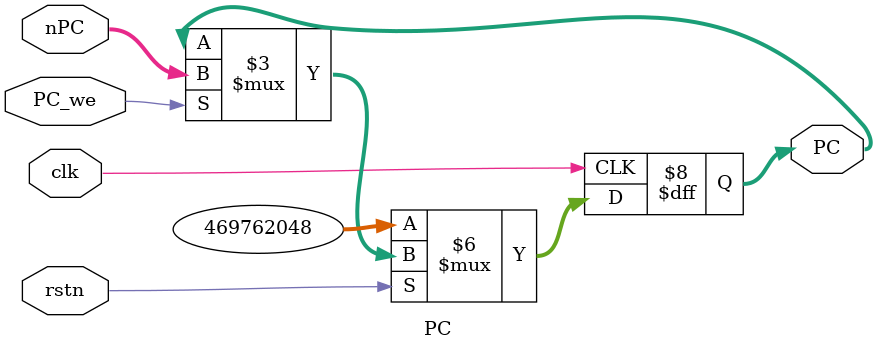
<source format=sv>
`timescale 1ns / 1ps


module PC(
input   logic   clk,
input   logic   rstn,
input   logic   [31:0]  nPC,
input  logic           PC_we,
output  logic   [31:0]  PC
    );

always@(posedge clk)
    begin
        if(!rstn)
            PC <= 32'h1c00_0000;
        else if(PC_we)
            PC <= nPC;
    end

endmodule

</source>
